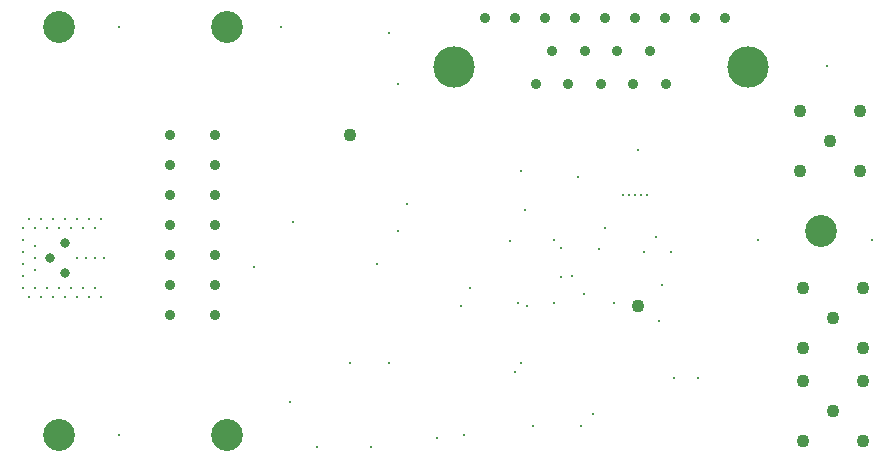
<source format=gbr>
G04 Generated by Ultiboard *
%FSLAX25Y25*%
%MOMM*%

%ADD10C,0.25000*%
%ADD11C,2.70000*%
%ADD12C,3.51358*%
%ADD13C,0.88900*%
%ADD14C,1.10000*%
%ADD15C,0.80000*%


%LNDrill-Copper Top-Copper Bottom*%
%LPD*%
%FSLAX25Y25*%
%MOMM*%
G54D10*
X3200400Y965200D03*
X3200400Y3759200D03*
X101600Y1600200D03*
X304800Y1600200D03*
X406400Y1600200D03*
X508000Y1600200D03*
X609600Y1600200D03*
X711200Y1600200D03*
X203200Y1600200D03*
X762000Y1524000D03*
X355600Y1524000D03*
X152400Y1524000D03*
X254000Y1524000D03*
X457200Y1524000D03*
X558800Y1524000D03*
X660400Y1524000D03*
X914400Y355600D03*
X762000Y2184400D03*
X787400Y1854200D03*
X355600Y2184400D03*
X406400Y2108200D03*
X101600Y2006600D03*
X203200Y1955800D03*
X101600Y1905000D03*
X101600Y1803400D03*
X203200Y1854200D03*
X101600Y1701800D03*
X203200Y1752600D03*
X254000Y2184400D03*
X152400Y2184400D03*
X304800Y2108200D03*
X203200Y2108200D03*
X101600Y2108200D03*
X558800Y1854200D03*
X635000Y1854200D03*
X711200Y1854200D03*
X609600Y2108200D03*
X711200Y2108200D03*
X660400Y2184400D03*
X558800Y2184400D03*
X508000Y2108200D03*
X457200Y2184400D03*
X2362200Y635000D03*
X2590800Y254000D03*
X3048000Y254000D03*
X2870200Y965200D03*
X2387600Y2159000D03*
X2057400Y1778000D03*
X3098800Y1803400D03*
X914400Y3810000D03*
X2286000Y3810000D03*
X4826000Y431800D03*
X4800600Y2540000D03*
X3886200Y1600200D03*
X3606800Y330200D03*
X3835400Y355600D03*
X3810000Y1447800D03*
X4419600Y431800D03*
X4368800Y1447800D03*
X4267200Y889000D03*
X4318000Y965200D03*
X4292600Y1473200D03*
X4597400Y1473200D03*
X3276600Y2082800D03*
X3352800Y2311400D03*
X4353983Y2260600D03*
X4224867Y1998133D03*
X4597400Y2006600D03*
X4660900Y1943100D03*
X4658783Y1691217D03*
X4749800Y1701800D03*
X4318000Y2590800D03*
X5511800Y1625600D03*
X5613400Y838200D03*
X4927600Y533400D03*
X5105400Y1473200D03*
X4851400Y1549400D03*
X5486400Y1320800D03*
X5816600Y838200D03*
X5588000Y1905000D03*
X5334000Y2387600D03*
X5384800Y2387600D03*
X5283200Y2387600D03*
X5232400Y2387600D03*
X5181600Y2387600D03*
X4978400Y1930400D03*
X5029200Y2108200D03*
X5461000Y2032000D03*
X5359400Y1905000D03*
X5308600Y2768600D03*
X6324600Y2006600D03*
X3276600Y3327400D03*
X7289800Y2006600D03*
X6908800Y3479800D03*
G54D11*
X406400Y355600D03*
X1828800Y355600D03*
X406400Y3810000D03*
X1828800Y3810000D03*
X6858000Y2082800D03*
G54D12*
X6239933Y3469217D03*
X3754967Y3469217D03*
G54D13*
X4857750Y3611033D03*
X4720167Y3327400D03*
X4445000Y3327400D03*
X4582583Y3611033D03*
X5545667Y3327400D03*
X5132917Y3611033D03*
X5270500Y3327400D03*
X4995333Y3327400D03*
X5408083Y3611033D03*
X1346200Y1625600D03*
X1346200Y1371600D03*
X1346200Y2387600D03*
X1346200Y1879600D03*
X1346200Y2133600D03*
X1346200Y2641600D03*
X1346200Y2895600D03*
X1727200Y1625600D03*
X1727200Y1371600D03*
X1727200Y2387600D03*
X1727200Y1879600D03*
X1727200Y2133600D03*
X1727200Y2641600D03*
X1727200Y2895600D03*
X4775200Y3886200D03*
X4013200Y3886200D03*
X4267200Y3886200D03*
X4521200Y3886200D03*
X5537200Y3886200D03*
X5283200Y3886200D03*
X5029200Y3886200D03*
X6045200Y3886200D03*
X5791200Y3886200D03*
G54D14*
X2870200Y2895600D03*
X5308600Y1447800D03*
X6680200Y3098800D03*
X7188200Y3098800D03*
X7188200Y2590800D03*
X6680200Y2590800D03*
X6934200Y2844800D03*
X6705600Y1600200D03*
X7213600Y1600200D03*
X7213600Y1092200D03*
X6705600Y1092200D03*
X6959600Y1346200D03*
X7213600Y812800D03*
X7213600Y304800D03*
X6705600Y812800D03*
X6705600Y304800D03*
X6959600Y558800D03*
G54D15*
X457200Y1727200D03*
X330200Y1854200D03*
X457200Y1981200D03*

M00*

</source>
